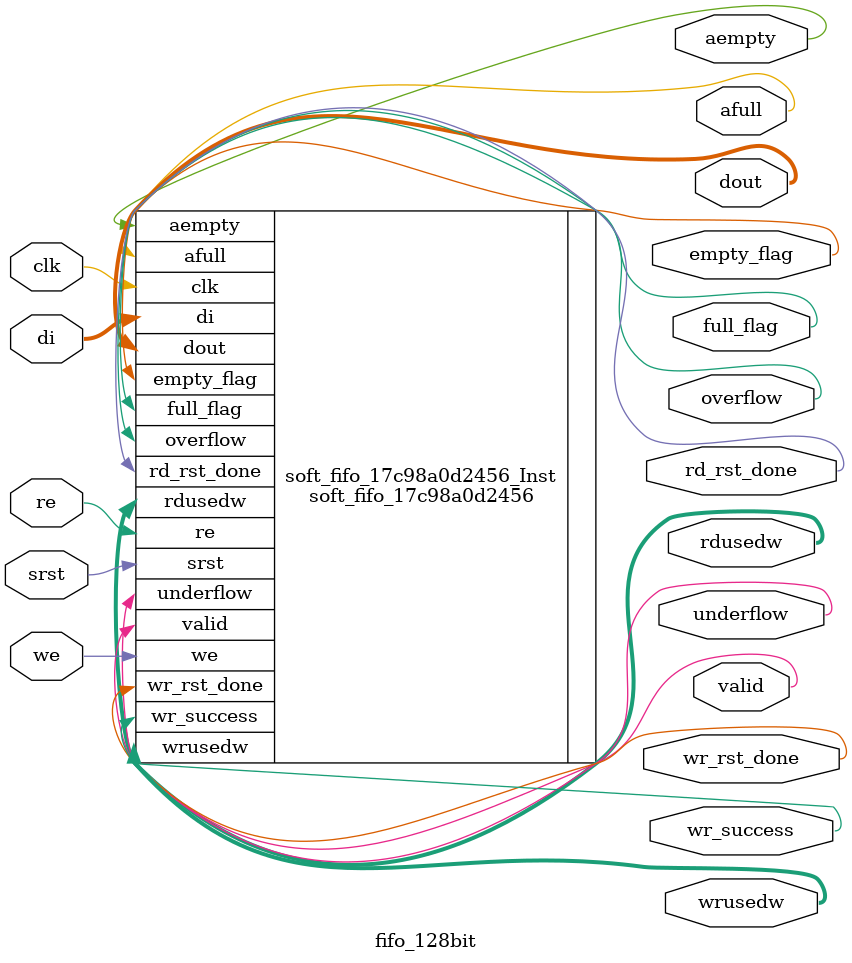
<source format=v>
/************************************************************\
**	Copyright (c) 2012-2025 Anlogic Inc.
**	All Right Reserved.
\************************************************************/
/************************************************************\
**	Build time: Oct 26 2025 20:25:32
**	TD version	:	6.2.168116
************************************************************/
`timescale 1ns/1ps
module fifo_128bit
(
  input                         srst,
  input   [127:0]               di,
  input                         clk,
  input                         re,
  input                         we,
  output  [127:0]               dout,
  output                        empty_flag,
  output                        aempty,
  output                        full_flag,
  output                        afull,
  output                        valid,
  output                        overflow,
  output                        underflow,
  output                        wr_success,
  output  [9:0]                 rdusedw,
  output  [9:0]                 wrusedw,
  output                        wr_rst_done,
  output                        rd_rst_done
);

  soft_fifo_17c98a0d2456
  #(
      .COMMON_CLK_EN(1),
      .MEMORY_TYPE(0),
      .RST_TYPE(2),
      .DATA_WIDTH_W(128),
      .ADDR_WIDTH_W(9),
      .DATA_WIDTH_R(128),
      .ADDR_WIDTH_R(9),
      .DOUT_INITVAL(128'h0),
      .OUTREG_EN("NOREG"),
      .SHOW_AHEAD_EN(0),
      .AL_FULL_NUM(16),
      .AL_EMPTY_NUM(8),
      .RDUSEDW_WIDTH(10),
      .WRUSEDW_WIDTH(10),
      .ASYNC_RST_SYNC_RELS(0),
      .SYNC_STAGE(2)
  )soft_fifo_17c98a0d2456_Inst
  (
      .srst(srst),
      .di(di),
      .clk(clk),
      .re(re),
      .we(we),
      .dout(dout),
      .empty_flag(empty_flag),
      .aempty(aempty),
      .full_flag(full_flag),
      .afull(afull),
      .valid(valid),
      .overflow(overflow),
      .underflow(underflow),
      .wr_success(wr_success),
      .rdusedw(rdusedw),
      .wrusedw(wrusedw),
      .wr_rst_done(wr_rst_done),
      .rd_rst_done(rd_rst_done)
  );
endmodule

</source>
